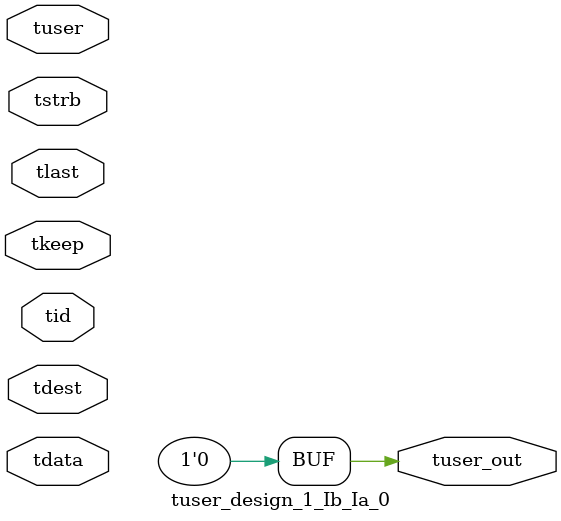
<source format=v>


`timescale 1ps/1ps

module tuser_design_1_Ib_Ia_0 #
(
parameter C_S_AXIS_TUSER_WIDTH = 1,
parameter C_S_AXIS_TDATA_WIDTH = 32,
parameter C_S_AXIS_TID_WIDTH   = 0,
parameter C_S_AXIS_TDEST_WIDTH = 0,
parameter C_M_AXIS_TUSER_WIDTH = 1
)
(
input  [(C_S_AXIS_TUSER_WIDTH == 0 ? 1 : C_S_AXIS_TUSER_WIDTH)-1:0     ] tuser,
input  [(C_S_AXIS_TDATA_WIDTH == 0 ? 1 : C_S_AXIS_TDATA_WIDTH)-1:0     ] tdata,
input  [(C_S_AXIS_TID_WIDTH   == 0 ? 1 : C_S_AXIS_TID_WIDTH)-1:0       ] tid,
input  [(C_S_AXIS_TDEST_WIDTH == 0 ? 1 : C_S_AXIS_TDEST_WIDTH)-1:0     ] tdest,
input  [(C_S_AXIS_TDATA_WIDTH/8)-1:0 ] tkeep,
input  [(C_S_AXIS_TDATA_WIDTH/8)-1:0 ] tstrb,
input                                                                    tlast,
output [C_M_AXIS_TUSER_WIDTH-1:0] tuser_out
);

assign tuser_out = {1'b0};

endmodule


</source>
